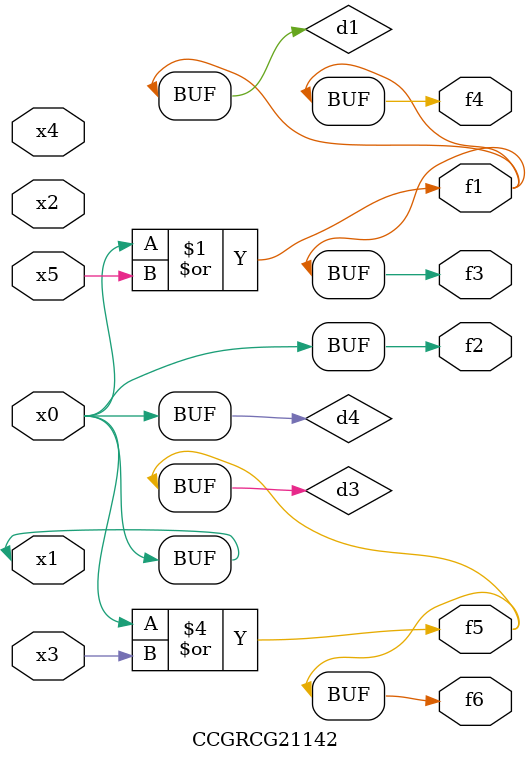
<source format=v>
module CCGRCG21142(
	input x0, x1, x2, x3, x4, x5,
	output f1, f2, f3, f4, f5, f6
);

	wire d1, d2, d3, d4;

	or (d1, x0, x5);
	xnor (d2, x1, x4);
	or (d3, x0, x3);
	buf (d4, x0, x1);
	assign f1 = d1;
	assign f2 = d4;
	assign f3 = d1;
	assign f4 = d1;
	assign f5 = d3;
	assign f6 = d3;
endmodule

</source>
